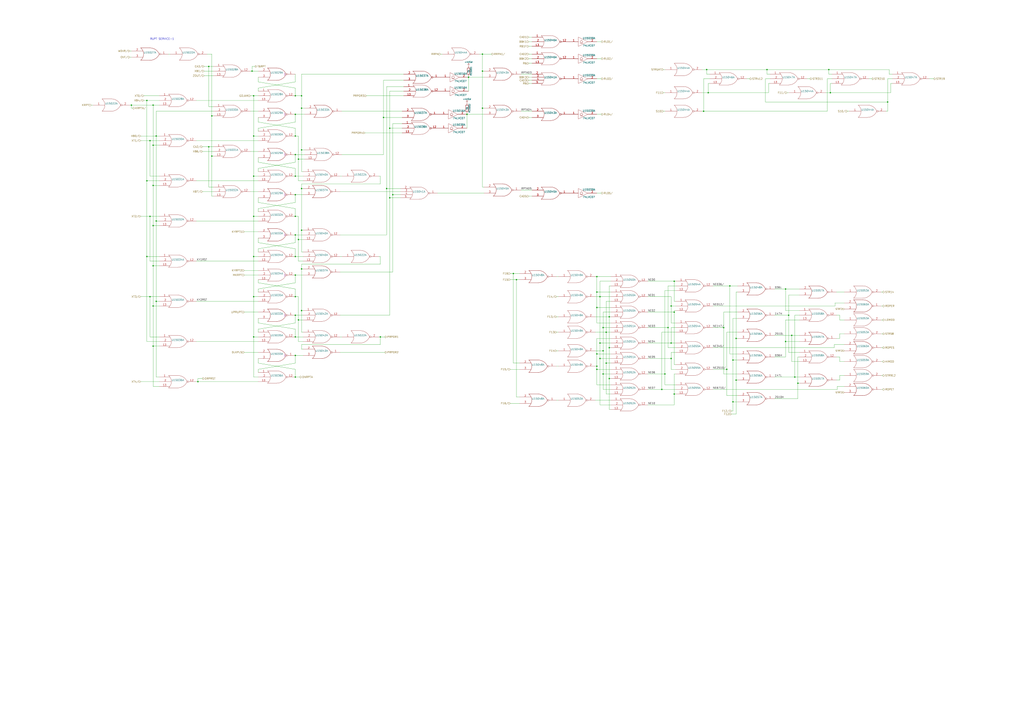
<source format=kicad_sch>
(kicad_sch (version 20211123) (generator eeschema)
  (paper "A1")
  (junction (at 543.56 320.04))
  (junction (at 629.92 57.15))
  (junction (at 645.16 280.67))
  (junction (at 125.73 86.36))
  (junction (at 500.38 285.75))
  (junction (at 242.57 144.78))
  (junction (at 652.78 309.88))
  (junction (at 173.99 95.25))
  (junction (at 242.57 111.76))
  (junction (at 208.28 78.74))
  (junction (at 120.65 210.82))
  (junction (at 322.58 160.02))
  (junction (at 647.7 259.08))
  (junction (at 500.38 311.15))
  (junction (at 553.72 231.14))
  (junction (at 123.19 115.57))
  (junction (at 242.57 193.04))
  (junction (at 242.57 160.02))
  (junction (at 247.65 78.74))
  (junction (at 497.84 273.05))
  (junction (at 681.99 76.2))
  (junction (at 546.1 307.34))
  (junction (at 490.22 303.53))
  (junction (at 396.24 88.9))
  (junction (at 492.76 281.94))
  (junction (at 128.27 111.76))
  (junction (at 125.73 251.46))
  (junction (at 242.57 243.84))
  (junction (at 548.64 269.24))
  (junction (at 247.65 88.9))
  (junction (at 242.57 127))
  (junction (at 596.9 303.53))
  (junction (at 125.73 185.42))
  (junction (at 123.19 243.84))
  (junction (at 245.11 196.85))
  (junction (at 207.01 58.42))
  (junction (at 242.57 93.98))
  (junction (at 120.65 148.59))
  (junction (at 396.24 44.45))
  (junction (at 650.24 275.59))
  (junction (at 242.57 210.82))
  (junction (at 500.38 260.35))
  (junction (at 208.28 210.82))
  (junction (at 655.32 314.96))
  (junction (at 245.11 130.81))
  (junction (at 580.39 57.15))
  (junction (at 553.72 323.85))
  (junction (at 490.22 227.33))
  (junction (at 317.5 154.94))
  (junction (at 551.18 281.94))
  (junction (at 208.28 243.84))
  (junction (at 490.22 240.03))
  (junction (at 125.73 218.44))
  (junction (at 128.27 247.65))
  (junction (at 128.27 181.61))
  (junction (at 492.76 243.84))
  (junction (at 728.98 83.82))
  (junction (at 125.73 152.4))
  (junction (at 173.99 128.27))
  (junction (at 242.57 226.06))
  (junction (at 495.3 269.24))
  (junction (at 497.84 298.45))
  (junction (at 208.28 276.86))
  (junction (at 125.73 284.48))
  (junction (at 312.42 276.86))
  (junction (at 247.65 189.23))
  (junction (at 242.57 177.8))
  (junction (at 320.04 105.41))
  (junction (at 245.11 262.89))
  (junction (at 171.45 120.65))
  (junction (at 553.72 256.54))
  (junction (at 171.45 54.61))
  (junction (at 581.66 76.2))
  (junction (at 680.72 57.15))
  (junction (at 604.52 312.42))
  (junction (at 208.28 111.76))
  (junction (at 594.36 269.24))
  (junction (at 492.76 294.64))
  (junction (at 107.95 86.36))
  (junction (at 247.65 123.19))
  (junction (at 247.65 154.94))
  (junction (at 242.57 259.08))
  (junction (at 320.04 162.56))
  (junction (at 645.16 237.49))
  (junction (at 120.65 82.55))
  (junction (at 396.24 58.42))
  (junction (at 383.54 93.98))
  (junction (at 490.22 252.73))
  (junction (at 314.96 96.52))
  (junction (at 551.18 294.64))
  (junction (at 421.64 224.79))
  (junction (at 495.3 288.29))
  (junction (at 601.98 330.2))
  (junction (at 601.98 295.91))
  (junction (at 599.44 234.95))
  (junction (at 247.65 255.27))
  (junction (at 495.3 307.34))
  (junction (at 162.56 313.69))
  (junction (at 242.57 309.88))
  (junction (at 242.57 78.74))
  (junction (at 551.18 251.46))
  (junction (at 208.28 177.8))
  (junction (at 490.22 290.83))
  (junction (at 123.19 177.8))
  (junction (at 242.57 292.1))
  (junction (at 604.52 278.13))
  (junction (at 125.73 119.38))
  (junction (at 242.57 276.86))
  (junction (at 490.22 300.99))
  (junction (at 208.28 144.78))
  (junction (at 247.65 220.98))
  (junction (at 424.18 229.87))
  (junction (at 384.81 63.5))
  (junction (at 577.85 91.44))
  (wire (pts (xy 397.51 93.98) (xy 383.54 93.98)))
  (wire (pts (xy 728.98 64.77) (xy 732.79 64.77)))
  (wire (pts (xy 245.11 214.63) (xy 248.92 214.63)))
  (wire (pts (xy 115.57 177.8) (xy 123.19 177.8)))
  (wire (pts (xy 320.04 162.56) (xy 320.04 259.08)))
  (wire (pts (xy 128.27 111.76) (xy 128.27 181.61)))
  (wire (pts (xy 200.66 256.54) (xy 212.09 256.54)))
  (wire (pts (xy 200.66 222.25) (xy 212.09 222.25)))
  (wire (pts (xy 208.28 276.86) (xy 212.09 276.86)))
  (wire (pts (xy 161.29 214.63) (xy 212.09 214.63)))
  (wire (pts (xy 212.09 72.39) (xy 212.09 74.93)))
  (wire (pts (xy 656.59 259.08) (xy 652.78 259.08)))
  (wire (pts (xy 497.84 247.65) (xy 501.65 247.65)))
  (wire (pts (xy 490.22 252.73) (xy 490.22 265.43)))
  (wire (pts (xy 123.19 177.8) (xy 123.19 214.63)))
  (wire (pts (xy 490.22 303.53) (xy 490.22 316.23)))
  (wire (pts (xy 322.58 160.02) (xy 322.58 223.52)))
  (wire (pts (xy 320.04 74.93) (xy 320.04 105.41)))
  (wire (pts (xy 656.59 262.89) (xy 645.16 262.89)))
  (wire (pts (xy 594.36 256.54) (xy 605.79 256.54)))
  (wire (pts (xy 397.51 63.5) (xy 384.81 63.5)))
  (wire (pts (xy 601.98 337.82) (xy 600.71 337.82)))
  (wire (pts (xy 543.56 273.05) (xy 543.56 320.04)))
  (wire (pts (xy 492.76 332.74) (xy 501.65 332.74)))
  (wire (pts (xy 687.07 278.13) (xy 689.61 278.13)))
  (wire (pts (xy 645.16 293.37) (xy 636.27 293.37)))
  (wire (pts (xy 689.61 297.18) (xy 693.42 297.18)))
  (wire (pts (xy 419.1 224.79) (xy 421.64 224.79)))
  (wire (pts (xy 495.3 269.24) (xy 495.3 288.29)))
  (wire (pts (xy 317.5 154.94) (xy 328.93 154.94)))
  (wire (pts (xy 492.76 294.64) (xy 501.65 294.64)))
  (wire (pts (xy 553.72 323.85) (xy 554.99 323.85)))
  (wire (pts (xy 247.65 283.21) (xy 247.65 287.02)))
  (wire (pts (xy 763.27 64.77) (xy 767.08 64.77)))
  (wire (pts (xy 247.65 154.94) (xy 248.92 154.94)))
  (wire (pts (xy 242.57 144.78) (xy 242.57 138.43)))
  (wire (pts (xy 495.3 288.29) (xy 488.95 288.29)))
  (wire (pts (xy 312.42 283.21) (xy 247.65 283.21)))
  (wire (pts (xy 495.3 256.54) (xy 495.3 269.24)))
  (wire (pts (xy 490.22 240.03) (xy 490.22 252.73)))
  (wire (pts (xy 492.76 294.64) (xy 492.76 332.74)))
  (wire (pts (xy 322.58 223.52) (xy 279.4 223.52)))
  (wire (pts (xy 532.13 269.24) (xy 548.64 269.24)))
  (wire (pts (xy 577.85 64.77) (xy 582.93 64.77)))
  (wire (pts (xy 490.22 300.99) (xy 488.95 300.99)))
  (wire (pts (xy 330.2 109.22) (xy 299.72 109.22)))
  (wire (pts (xy 680.72 57.15) (xy 680.72 60.96)))
  (wire (pts (xy 689.61 308.61) (xy 689.61 312.42)))
  (wire (pts (xy 245.11 243.84) (xy 245.11 262.89)))
  (wire (pts (xy 490.22 278.13) (xy 501.65 278.13)))
  (wire (pts (xy 553.72 299.72) (xy 554.99 299.72)))
  (wire (pts (xy 436.88 52.07) (xy 434.34 52.07)))
  (wire (pts (xy 679.45 64.77) (xy 683.26 64.77)))
  (wire (pts (xy 419.1 229.87) (xy 424.18 229.87)))
  (wire (pts (xy 488.95 243.84) (xy 492.76 243.84)))
  (wire (pts (xy 497.84 273.05) (xy 501.65 273.05)))
  (wire (pts (xy 553.72 323.85) (xy 553.72 332.74)))
  (wire (pts (xy 245.11 130.81) (xy 245.11 148.59)))
  (wire (pts (xy 125.73 86.36) (xy 130.81 86.36)))
  (wire (pts (xy 208.28 144.78) (xy 212.09 144.78)))
  (wire (pts (xy 396.24 44.45) (xy 403.86 44.45)))
  (wire (pts (xy 601.98 261.62) (xy 601.98 295.91)))
  (wire (pts (xy 631.19 76.2) (xy 631.19 68.58)))
  (wire (pts (xy 212.09 303.53) (xy 212.09 306.07)))
  (wire (pts (xy 662.94 64.77) (xy 665.48 64.77)))
  (wire (pts (xy 161.29 148.59) (xy 212.09 148.59)))
  (wire (pts (xy 242.57 171.45) (xy 212.09 166.37)))
  (wire (pts (xy 245.11 177.8) (xy 245.11 196.85)))
  (wire (pts (xy 248.92 210.82) (xy 242.57 210.82)))
  (wire (pts (xy 689.61 262.89) (xy 693.42 262.89)))
  (wire (pts (xy 497.84 298.45) (xy 497.84 323.85)))
  (wire (pts (xy 208.28 78.74) (xy 208.28 111.76)))
  (wire (pts (xy 488.95 328.93) (xy 501.65 328.93)))
  (wire (pts (xy 242.57 298.45) (xy 212.09 303.53)))
  (wire (pts (xy 685.165 285.75) (xy 685.165 283.21)))
  (wire (pts (xy 731.52 76.2) (xy 731.52 68.58)))
  (wire (pts (xy 548.64 285.75) (xy 554.99 285.75)))
  (wire (pts (xy 247.65 220.98) (xy 247.65 255.27)))
  (wire (pts (xy 532.13 281.94) (xy 551.18 281.94)))
  (wire (pts (xy 490.22 240.03) (xy 501.65 240.03)))
  (wire (pts (xy 554.99 269.24) (xy 551.18 269.24)))
  (wire (pts (xy 492.76 231.14) (xy 492.76 243.84)))
  (wire (pts (xy 120.65 148.59) (xy 120.65 210.82)))
  (wire (pts (xy 242.57 127) (xy 242.57 133.35)))
  (wire (pts (xy 436.88 48.26) (xy 434.34 48.26)))
  (wire (pts (xy 605.79 273.05) (xy 596.9 273.05)))
  (wire (pts (xy 200.66 190.5) (xy 212.09 190.5)))
  (wire (pts (xy 500.38 311.15) (xy 501.65 311.15)))
  (wire (pts (xy 242.57 177.8) (xy 242.57 171.45)))
  (wire (pts (xy 207.01 58.42) (xy 207.01 54.61)))
  (wire (pts (xy 161.29 115.57) (xy 212.09 115.57)))
  (wire (pts (xy 171.45 54.61) (xy 175.26 54.61)))
  (wire (pts (xy 421.64 298.45) (xy 426.72 298.45)))
  (wire (pts (xy 655.32 314.96) (xy 655.32 327.66)))
  (wire (pts (xy 250.19 93.98) (xy 242.57 93.98)))
  (wire (pts (xy 328.93 157.48) (xy 279.4 157.48)))
  (wire (pts (xy 384.81 62.23) (xy 384.81 63.5)))
  (wire (pts (xy 317.5 71.12) (xy 317.5 154.94)))
  (wire (pts (xy 312.42 210.82) (xy 312.42 217.17)))
  (wire (pts (xy 123.19 144.78) (xy 130.81 144.78)))
  (wire (pts (xy 242.57 160.02) (xy 242.57 166.37)))
  (wire (pts (xy 581.66 76.2) (xy 581.66 68.58)))
  (wire (pts (xy 208.28 309.88) (xy 212.09 309.88)))
  (wire (pts (xy 123.19 243.84) (xy 130.81 243.84)))
  (wire (pts (xy 490.22 290.83) (xy 490.22 300.99)))
  (wire (pts (xy 490.22 252.73) (xy 501.65 252.73)))
  (wire (pts (xy 207.01 58.42) (xy 212.09 58.42)))
  (wire (pts (xy 242.57 199.39) (xy 212.09 204.47)))
  (wire (pts (xy 650.24 297.18) (xy 650.24 275.59)))
  (wire (pts (xy 685.8 251.46) (xy 685.8 248.92)))
  (wire (pts (xy 247.65 78.74) (xy 247.65 88.9)))
  (wire (pts (xy 242.57 226.06) (xy 242.57 232.41)))
  (wire (pts (xy 242.57 265.43) (xy 212.09 270.51)))
  (wire (pts (xy 125.73 185.42) (xy 130.81 185.42)))
  (wire (pts (xy 656.59 297.18) (xy 650.24 297.18)))
  (wire (pts (xy 604.52 312.42) (xy 604.52 340.36)))
  (wire (pts (xy 161.29 181.61) (xy 212.09 181.61)))
  (wire (pts (xy 596.9 325.12) (xy 605.79 325.12)))
  (wire (pts (xy 107.95 41.91) (xy 106.68 41.91)))
  (wire (pts (xy 125.73 251.46) (xy 130.81 251.46)))
  (wire (pts (xy 605.79 240.03) (xy 604.52 240.03)))
  (wire (pts (xy 532.13 294.64) (xy 551.18 294.64)))
  (wire (pts (xy 501.65 290.83) (xy 490.22 290.83)))
  (wire (pts (xy 457.2 227.33) (xy 458.47 227.33)))
  (wire (pts (xy 242.57 93.98) (xy 242.57 100.33)))
  (wire (pts (xy 128.27 91.44) (xy 128.27 111.76)))
  (wire (pts (xy 242.57 160.02) (xy 248.92 160.02)))
  (wire (pts (xy 532.13 243.84) (xy 551.18 243.84)))
  (wire (pts (xy 162.56 313.69) (xy 162.56 311.15)))
  (wire (pts (xy 599.44 234.95) (xy 599.44 290.83)))
  (wire (pts (xy 208.28 243.84) (xy 212.09 243.84)))
  (wire (pts (xy 173.99 95.25) (xy 173.99 128.27)))
  (wire (pts (xy 396.24 153.67) (xy 397.51 153.67)))
  (wire (pts (xy 311.15 210.82) (xy 312.42 210.82)))
  (wire (pts (xy 636.27 309.88) (xy 652.78 309.88)))
  (wire (pts (xy 208.28 78.74) (xy 212.09 78.74)))
  (wire (pts (xy 576.58 91.44) (xy 577.85 91.44)))
  (wire (pts (xy 208.28 276.86) (xy 208.28 309.88)))
  (wire (pts (xy 585.47 234.95) (xy 599.44 234.95)))
  (wire (pts (xy 212.09 105.41) (xy 212.09 107.95)))
  (wire (pts (xy 689.61 293.37) (xy 689.61 297.18)))
  (wire (pts (xy 500.38 285.75) (xy 500.38 311.15)))
  (wire (pts (xy 314.96 127) (xy 280.67 127)))
  (wire (pts (xy 681.99 76.2) (xy 731.52 76.2)))
  (wire (pts (xy 242.57 100.33) (xy 212.09 105.41)))
  (wire (pts (xy 681.99 76.2) (xy 681.99 68.58)))
  (wire (pts (xy 532.13 256.54) (xy 553.72 256.54)))
  (wire (pts (xy 553.72 307.34) (xy 553.72 323.85)))
  (wire (pts (xy 212.09 166.37) (xy 212.09 162.56)))
  (wire (pts (xy 495.3 269.24) (xy 501.65 269.24)))
  (wire (pts (xy 125.73 185.42) (xy 125.73 218.44)))
  (wire (pts (xy 247.65 88.9) (xy 247.65 123.19)))
  (wire (pts (xy 396.24 88.9) (xy 397.51 88.9)))
  (wire (pts (xy 546.1 307.34) (xy 546.1 316.23)))
  (wire (pts (xy 125.73 317.5) (xy 130.81 317.5)))
  (wire (pts (xy 161.29 313.69) (xy 162.56 313.69)))
  (wire (pts (xy 279.4 210.82) (xy 280.67 210.82)))
  (wire (pts (xy 490.22 300.99) (xy 490.22 303.53)))
  (wire (pts (xy 551.18 251.46) (xy 554.99 251.46)))
  (wire (pts (xy 242.57 309.88) (xy 242.57 303.53)))
  (wire (pts (xy 594.36 269.24) (xy 594.36 307.34)))
  (wire (pts (xy 396.24 58.42) (xy 396.24 88.9)))
  (wire (pts (xy 488.95 273.05) (xy 497.84 273.05)))
  (wire (pts (xy 551.18 294.64) (xy 551.18 303.53)))
  (wire (pts (xy 171.45 153.67) (xy 175.26 153.67)))
  (wire (pts (xy 636.27 275.59) (xy 650.24 275.59)))
  (wire (pts (xy 490.22 227.33) (xy 490.22 240.03)))
  (wire (pts (xy 546.1 316.23) (xy 554.99 316.23)))
  (wire (pts (xy 532.13 231.14) (xy 553.72 231.14)))
  (wire (pts (xy 652.78 259.08) (xy 652.78 309.88)))
  (wire (pts (xy 551.18 243.84) (xy 551.18 251.46)))
  (wire (pts (xy 551.18 303.53) (xy 554.99 303.53)))
  (wire (pts (xy 397.51 158.75) (xy 359.41 158.75)))
  (wire (pts (xy 242.57 259.08) (xy 242.57 265.43)))
  (wire (pts (xy 115.57 243.84) (xy 123.19 243.84)))
  (wire (pts (xy 723.9 274.32) (xy 725.17 274.32)))
  (wire (pts (xy 245.11 130.81) (xy 250.19 130.81)))
  (wire (pts (xy 546.1 238.76) (xy 554.99 238.76)))
  (wire (pts (xy 247.65 217.17) (xy 247.65 220.98)))
  (wire (pts (xy 553.72 256.54) (xy 553.72 299.72)))
  (wire (pts (xy 212.09 138.43) (xy 212.09 140.97)))
  (wire (pts (xy 426.72 331.47) (xy 419.1 331.47)))
  (wire (pts (xy 171.45 120.65) (xy 175.26 120.65)))
  (wire (pts (xy 107.95 86.36) (xy 125.73 86.36)))
  (wire (pts (xy 490.22 303.53) (xy 501.65 303.53)))
  (wire (pts (xy 601.98 295.91) (xy 601.98 330.2)))
  (wire (pts (xy 242.57 237.49) (xy 212.09 232.41)))
  (wire (pts (xy 173.99 44.45) (xy 173.99 95.25)))
  (wire (pts (xy 125.73 218.44) (xy 130.81 218.44)))
  (wire (pts (xy 497.84 323.85) (xy 501.65 323.85)))
  (wire (pts (xy 128.27 181.61) (xy 128.27 247.65)))
  (wire (pts (xy 457.2 300.99) (xy 458.47 300.99)))
  (wire (pts (xy 125.73 284.48) (xy 125.73 317.5)))
  (wire (pts (xy 248.92 276.86) (xy 242.57 276.86)))
  (wire (pts (xy 120.65 280.67) (xy 130.81 280.67)))
  (wire (pts (xy 436.88 34.29) (xy 434.34 34.29)))
  (wire (pts (xy 693.42 308.61) (xy 689.61 308.61)))
  (wire (pts (xy 551.18 289.56) (xy 554.99 289.56)))
  (wire (pts (xy 687.07 240.03) (xy 693.42 240.03)))
  (wire (pts (xy 647.7 242.57) (xy 656.59 242.57)))
  (wire (pts (xy 242.57 177.8) (xy 245.11 177.8)))
  (wire (pts (xy 242.57 210.82) (xy 242.57 204.47)))
  (wire (pts (xy 551.18 269.24) (xy 551.18 281.94)))
  (wire (pts (xy 457.2 288.29) (xy 458.47 288.29)))
  (wire (pts (xy 599.44 290.83) (xy 605.79 290.83)))
  (wire (pts (xy 245.11 148.59) (xy 248.92 148.59)))
  (wire (pts (xy 317.5 193.04) (xy 279.4 193.04)))
  (wire (pts (xy 546.1 57.15) (xy 544.83 57.15)))
  (wire (pts (xy 212.09 237.49) (xy 212.09 240.03)))
  (wire (pts (xy 247.65 189.23) (xy 248.92 189.23)))
  (wire (pts (xy 500.38 234.95) (xy 500.38 260.35)))
  (wire (pts (xy 436.88 44.45) (xy 434.34 44.45)))
  (wire (pts (xy 120.65 82.55) (xy 130.81 82.55)))
  (wire (pts (xy 551.18 281.94) (xy 554.99 281.94)))
  (wire (pts (xy 427.99 91.44) (xy 436.88 91.44)))
  (wire (pts (xy 208.28 210.82) (xy 208.28 243.84)))
  (wire (pts (xy 605.79 330.2) (xy 601.98 330.2)))
  (wire (pts (xy 697.23 91.44) (xy 695.96 91.44)))
  (wire (pts (xy 723.9 240.03) (xy 725.17 240.03)))
  (wire (pts (xy 687.07 293.37) (xy 689.61 293.37)))
  (wire (pts (xy 312.42 144.78) (xy 312.42 151.13)))
  (wire (pts (xy 314.96 66.04) (xy 331.47 66.04)))
  (wire (pts (xy 242.57 105.41) (xy 212.09 100.33)))
  (wire (pts (xy 242.57 72.39) (xy 212.09 67.31)))
  (wire (pts (xy 115.57 115.57) (xy 123.19 115.57)))
  (wire (pts (xy 576.58 57.15) (xy 580.39 57.15)))
  (wire (pts (xy 492.76 231.14) (xy 501.65 231.14)))
  (wire (pts (xy 689.61 278.13) (xy 689.61 274.32)))
  (wire (pts (xy 655.32 314.96) (xy 656.59 314.96)))
  (wire (pts (xy 436.88 68.58) (xy 434.34 68.58)))
  (wire (pts (xy 242.57 292.1) (xy 242.57 298.45)))
  (wire (pts (xy 317.5 154.94) (xy 317.5 193.04)))
  (wire (pts (xy 546.1 238.76) (xy 546.1 307.34)))
  (wire (pts (xy 106.68 86.36) (xy 107.95 86.36)))
  (wire (pts (xy 723.9 320.04) (xy 725.17 320.04)))
  (wire (pts (xy 605.79 261.62) (xy 601.98 261.62)))
  (wire (pts (xy 200.66 226.06) (xy 212.09 226.06)))
  (wire (pts (xy 125.73 152.4) (xy 130.81 152.4)))
  (wire (pts (xy 320.04 105.41) (xy 320.04 162.56)))
  (wire (pts (xy 167.64 54.61) (xy 171.45 54.61)))
  (wire (pts (xy 118.11 78.74) (xy 130.81 78.74)))
  (wire (pts (xy 123.19 115.57) (xy 130.81 115.57)))
  (wire (pts (xy 205.74 78.74) (xy 208.28 78.74)))
  (wire (pts (xy 205.74 124.46) (xy 212.09 124.46)))
  (wire (pts (xy 585.47 320.04) (xy 687.705 320.04)))
  (wire (pts (xy 212.09 232.41) (xy 212.09 229.87)))
  (wire (pts (xy 123.19 115.57) (xy 123.19 144.78)))
  (wire (pts (xy 247.65 189.23) (xy 247.65 207.01)))
  (wire (pts (xy 490.22 265.43) (xy 501.65 265.43)))
  (wire (pts (xy 687.705 317.5) (xy 693.42 317.5)))
  (wire (pts (xy 322.58 101.6) (xy 322.58 160.02)))
  (wire (pts (xy 680.72 60.96) (xy 683.26 60.96)))
  (wire (pts (xy 580.39 60.96) (xy 582.93 60.96)))
  (wire (pts (xy 457.2 260.35) (xy 458.47 260.35)))
  (wire (pts (xy 128.27 247.65) (xy 130.81 247.65)))
  (wire (pts (xy 279.4 144.78) (xy 280.67 144.78)))
  (wire (pts (xy 604.52 240.03) (xy 604.52 278.13)))
  (wire (pts (xy 497.84 247.65) (xy 497.84 273.05)))
  (wire (pts (xy 125.73 119.38) (xy 130.81 119.38)))
  (wire (pts (xy 123.19 276.86) (xy 130.81 276.86)))
  (wire (pts (xy 546.1 91.44) (xy 544.83 91.44)))
  (wire (pts (xy 553.72 255.27) (xy 554.99 255.27)))
  (wire (pts (xy 242.57 133.35) (xy 212.09 138.43)))
  (wire (pts (xy 242.57 243.84) (xy 242.57 237.49)))
  (wire (pts (xy 311.15 276.86) (xy 312.42 276.86)))
  (wire (pts (xy 208.28 111.76) (xy 208.28 144.78)))
  (wire (pts (xy 678.18 76.2) (xy 681.99 76.2)))
  (wire (pts (xy 728.98 64.77) (xy 728.98 83.82)))
  (wire (pts (xy 436.88 38.1) (xy 434.34 38.1)))
  (wire (pts (xy 492.76 281.94) (xy 501.65 281.94)))
  (wire (pts (xy 647.7 242.57) (xy 647.7 259.08)))
  (wire (pts (xy 490.22 316.23) (xy 501.65 316.23)))
  (wire (pts (xy 647.7 76.2) (xy 646.43 76.2)))
  (wire (pts (xy 212.09 67.31) (xy 212.09 63.5)))
  (wire (pts (xy 118.11 82.55) (xy 120.65 82.55)))
  (wire (pts (xy 115.57 111.76) (xy 128.27 111.76)))
  (wire (pts (xy 723.9 297.18) (xy 725.17 297.18)))
  (wire (pts (xy 171.45 120.65) (xy 171.45 153.67)))
  (wire (pts (xy 543.56 320.04) (xy 554.99 320.04)))
  (wire (pts (xy 680.72 57.15) (xy 730.25 57.15)))
  (wire (pts (xy 205.74 58.42) (xy 207.01 58.42)))
  (wire (pts (xy 208.28 243.84) (xy 208.28 276.86)))
  (wire (pts (xy 548.64 234.95) (xy 548.64 269.24)))
  (wire (pts (xy 424.18 229.87) (xy 426.72 229.87)))
  (wire (pts (xy 427.99 60.96) (xy 436.88 60.96)))
  (wire (pts (xy 728.98 83.82) (xy 628.65 83.82)))
  (wire (pts (xy 171.45 54.61) (xy 171.45 87.63)))
  (wire (pts (xy 162.56 313.69) (xy 212.09 313.69)))
  (wire (pts (xy 551.18 251.46) (xy 551.18 265.43)))
  (wire (pts (xy 421.64 224.79) (xy 426.72 224.79)))
  (wire (pts (xy 396.24 44.45) (xy 396.24 58.42)))
  (wire (pts (xy 314.96 96.52) (xy 314.96 127)))
  (wire (pts (xy 383.54 93.98) (xy 383.54 105.41)))
  (wire (pts (xy 605.79 295.91) (xy 601.98 295.91)))
  (wire (pts (xy 242.57 270.51) (xy 212.09 265.43)))
  (wire (pts (xy 242.57 78.74) (xy 242.57 72.39)))
  (wire (pts (xy 125.73 119.38) (xy 125.73 152.4)))
  (wire (pts (xy 500.38 285.75) (xy 501.65 285.75)))
  (wire (pts (xy 457.2 273.05) (xy 458.47 273.05)))
  (wire (pts (xy 207.01 54.61) (xy 209.55 54.61)))
  (wire (pts (xy 242.57 232.41) (xy 212.09 237.49)))
  (wire (pts (xy 331.47 78.74) (xy 300.99 78.74)))
  (wire (pts (xy 247.65 255.27) (xy 248.92 255.27)))
  (wire (pts (xy 322.58 101.6) (xy 330.2 101.6)))
  (wire (pts (xy 495.3 307.34) (xy 501.65 307.34)))
  (wire (pts (xy 248.92 144.78) (xy 242.57 144.78)))
  (wire (pts (xy 594.36 256.54) (xy 594.36 269.24)))
  (wire (pts (xy 242.57 166.37) (xy 212.09 171.45)))
  (wire (pts (xy 161.29 247.65) (xy 212.09 247.65)))
  (wire (pts (xy 436.88 96.52) (xy 434.34 96.52)))
  (wire (pts (xy 604.52 340.36) (xy 600.71 340.36)))
  (wire (pts (xy 242.57 138.43) (xy 212.09 133.35)))
  (wire (pts (xy 383.54 92.71) (xy 383.54 93.98)))
  (wire (pts (xy 731.52 68.58) (xy 732.79 68.58)))
  (wire (pts (xy 689.61 274.32) (xy 693.42 274.32)))
  (wire (pts (xy 655.32 293.37) (xy 656.59 293.37)))
  (wire (pts (xy 685.165 283.21) (xy 693.42 283.21)))
  (wire (pts (xy 436.88 66.04) (xy 434.34 66.04)))
  (wire (pts (xy 689.61 312.42) (xy 687.07 312.42)))
  (wire (pts (xy 596.9 303.53) (xy 596.9 325.12)))
  (wire (pts (xy 495.3 288.29) (xy 495.3 307.34)))
  (wire (pts (xy 656.59 255.27) (xy 645.16 255.27)))
  (wire (pts (xy 320.04 259.08) (xy 279.4 259.08)))
  (wire (pts (xy 242.57 193.04) (xy 242.57 199.39)))
  (wire (pts (xy 500.38 260.35) (xy 501.65 260.35)))
  (wire (pts (xy 242.57 259.08) (xy 248.92 259.08)))
  (wire (pts (xy 320.04 162.56) (xy 328.93 162.56)))
  (wire (pts (xy 631.19 68.58) (xy 632.46 68.58)))
  (wire (pts (xy 723.9 251.46) (xy 725.17 251.46)))
  (wire (pts (xy 553.72 255.27) (xy 553.72 256.54)))
  (wire (pts (xy 242.57 292.1) (xy 248.92 292.1)))
  (wire (pts (xy 363.22 44.45) (xy 361.95 44.45)))
  (wire (pts (xy 173.99 128.27) (xy 173.99 161.29)))
  (wire (pts (xy 548.64 234.95) (xy 554.99 234.95)))
  (wire (pts (xy 728.98 83.82) (xy 728.98 91.44)))
  (wire (pts (xy 580.39 57.15) (xy 580.39 60.96)))
  (wire (pts (xy 212.09 111.76) (xy 208.28 111.76)))
  (wire (pts (xy 175.26 62.23) (xy 167.64 62.23)))
  (wire (pts (xy 242.57 276.86) (xy 242.57 270.51)))
  (wire (pts (xy 490.22 158.75) (xy 494.03 158.75)))
  (wire (pts (xy 652.78 309.88) (xy 656.59 309.88)))
  (wire (pts (xy 436.88 161.29) (xy 434.34 161.29)))
  (wire (pts (xy 120.65 210.82) (xy 120.65 280.67)))
  (wire (pts (xy 138.43 44.45) (xy 139.7 44.45)))
  (wire (pts (xy 330.2 91.44) (xy 280.67 91.44)))
  (wire (pts (xy 424.18 326.39) (xy 426.72 326.39)))
  (wire (pts (xy 107.95 46.99) (xy 106.68 46.99)))
  (wire (pts (xy 605.79 278.13) (xy 604.52 278.13)))
  (wire (pts (xy 594.36 307.34) (xy 605.79 307.34)))
  (wire (pts (xy 596.9 303.53) (xy 585.47 303.53)))
  (wire (pts (xy 242.57 111.76) (xy 245.11 111.76)))
  (wire (pts (xy 393.7 44.45) (xy 396.24 44.45)))
  (wire (pts (xy 655.32 293.37) (xy 655.32 314.96)))
  (wire (pts (xy 553.72 231.14) (xy 554.99 231.14)))
  (wire (pts (xy 125.73 284.48) (xy 130.81 284.48)))
  (wire (pts (xy 125.73 86.36) (xy 125.73 119.38)))
  (wire (pts (xy 212.09 204.47) (xy 212.09 207.01)))
  (wire (pts (xy 107.95 86.36) (xy 107.95 88.9)))
  (wire (pts (xy 457.2 243.84) (xy 458.47 243.84)))
  (wire (pts (xy 689.61 259.08) (xy 689.61 262.89)))
  (wire (pts (xy 532.13 307.34) (xy 546.1 307.34)))
  (wire (pts (xy 546.1 76.2) (xy 544.83 76.2)))
  (wire (pts (xy 613.41 64.77) (xy 615.95 64.77)))
  (wire (pts (xy 581.66 76.2) (xy 631.19 76.2)))
  (wire (pts (xy 128.27 309.88) (xy 130.81 309.88)))
  (wire (pts (xy 581.66 68.58) (xy 582.93 68.58)))
  (wire (pts (xy 554.99 273.05) (xy 543.56 273.05)))
  (wire (pts (xy 247.65 123.19) (xy 250.19 123.19)))
  (wire (pts (xy 242.57 67.31) (xy 212.09 72.39)))
  (wire (pts (xy 317.5 71.12) (xy 331.47 71.12)))
  (wire (pts (xy 247.65 123.19) (xy 247.65 140.97)))
  (wire (pts (xy 250.19 127) (xy 242.57 127)))
  (wire (pts (xy 730.25 60.96) (xy 732.79 60.96)))
  (wire (pts (xy 173.99 161.29) (xy 175.26 161.29)))
  (wire (pts (xy 212.09 265.43) (xy 212.09 261.62)))
  (wire (pts (xy 396.24 58.42) (xy 397.51 58.42)))
  (wire (pts (xy 436.88 63.5) (xy 434.34 63.5)))
  (wire (pts (xy 242.57 111.76) (xy 242.57 105.41)))
  (wire (pts (xy 490.22 93.98) (xy 494.03 93.98)))
  (wire (pts (xy 170.18 44.45) (xy 173.99 44.45)))
  (wire (pts (xy 687.705 320.04) (xy 687.705 317.5)))
  (wire (pts (xy 212.09 133.35) (xy 212.09 129.54)))
  (wire (pts (xy 175.26 124.46) (xy 166.37 124.46)))
  (wire (pts (xy 490.22 48.26) (xy 494.03 48.26)))
  (wire (pts (xy 312.42 276.86) (xy 316.23 276.86)))
  (wire (pts (xy 629.92 57.15) (xy 629.92 60.96)))
  (wire (pts (xy 723.9 308.61) (xy 725.17 308.61)))
  (wire (pts (xy 205.74 91.44) (xy 212.09 91.44)))
  (wire (pts (xy 312.42 151.13) (xy 247.65 151.13)))
  (wire (pts (xy 247.65 287.02) (xy 248.92 287.02)))
  (wire (pts (xy 687.07 259.08) (xy 689.61 259.08)))
  (wire (pts (xy 553.72 307.34) (xy 554.99 307.34)))
  (wire (pts (xy 200.66 289.56) (xy 212.09 289.56)))
  (wire (pts (xy 645.16 237.49) (xy 656.59 237.49)))
  (wire (pts (xy 166.37 120.65) (xy 171.45 120.65)))
  (wire (pts (xy 532.13 320.04) (xy 543.56 320.04)))
  (wire (pts (xy 685.8 248.92) (xy 693.42 248.92)))
  (wire (pts (xy 175.26 58.42) (xy 167.64 58.42)))
  (wire (pts (xy 577.85 91.44) (xy 679.45 91.44)))
  (wire (pts (xy 628.65 83.82) (xy 628.65 64.77)))
  (wire (pts (xy 577.85 91.44) (xy 577.85 64.77)))
  (wire (pts (xy 730.25 57.15) (xy 730.25 60.96)))
  (wire (pts (xy 548.64 269.24) (xy 548.64 285.75)))
  (wire (pts (xy 120.65 210.82) (xy 130.81 210.82)))
  (wire (pts (xy 490.22 278.13) (xy 490.22 290.83)))
  (wire (pts (xy 125.73 152.4) (xy 125.73 185.42)))
  (wire (pts (xy 553.72 332.74) (xy 532.13 332.74)))
  (wire (pts (xy 245.11 262.89) (xy 248.92 262.89)))
  (wire (pts (xy 599.44 234.95) (xy 605.79 234.95)))
  (wire (pts (xy 208.28 177.8) (xy 208.28 210.82)))
  (wire (pts (xy 645.16 262.89) (xy 645.16 280.67)))
  (wire (pts (xy 208.28 210.82) (xy 212.09 210.82)))
  (wire (pts (xy 492.76 243.84) (xy 492.76 281.94)))
  (wire (pts (xy 488.95 227.33) (xy 490.22 227.33)))
  (wire (pts (xy 501.65 234.95) (xy 500.38 234.95)))
  (wire (pts (xy 728.98 91.44) (xy 727.71 91.44)))
  (wire (pts (xy 636.27 237.49) (xy 645.16 237.49)))
  (wire (pts (xy 396.24 88.9) (xy 396.24 153.67)))
  (wire (pts (xy 576.58 76.2) (xy 581.66 76.2)))
  (wire (pts (xy 212.09 171.45) (xy 212.09 173.99)))
  (wire (pts (xy 488.95 260.35) (xy 500.38 260.35)))
  (wire (pts (xy 212.09 298.45) (xy 212.09 294.64)))
  (wire (pts (xy 242.57 204.47) (xy 212.09 199.39)))
  (wire (pts (xy 645.16 280.67) (xy 645.16 293.37)))
  (wire (pts (xy 279.4 276.86) (xy 280.67 276.86)))
  (wire (pts (xy 636.27 259.08) (xy 647.7 259.08)))
  (wire (pts (xy 242.57 309.88) (xy 246.38 309.88)))
  (wire (pts (xy 245.11 196.85) (xy 248.92 196.85)))
  (wire (pts (xy 125.73 218.44) (xy 125.73 251.46)))
  (wire (pts (xy 580.39 57.15) (xy 629.92 57.15)))
  (wire (pts (xy 490.22 227.33) (xy 501.65 227.33)))
  (wire (pts (xy 279.4 289.56) (xy 316.23 289.56)))
  (wire (pts (xy 247.65 140.97) (xy 248.92 140.97)))
  (wire (pts (xy 490.22 64.77) (xy 494.03 64.77)))
  (wire (pts (xy 457.2 328.93) (xy 458.47 328.93)))
  (wire (pts (xy 242.57 243.84) (xy 245.11 243.84)))
  (wire (pts (xy 490.22 34.29) (xy 494.03 34.29)))
  (wire (pts (xy 492.76 281.94) (xy 492.76 294.64)))
  (wire (pts (xy 247.65 255.27) (xy 247.65 273.05)))
  (wire (pts (xy 128.27 111.76) (xy 130.81 111.76)))
  (wire (pts (xy 128.27 181.61) (xy 130.81 181.61)))
  (wire (pts (xy 123.19 243.84) (xy 123.19 276.86)))
  (wire (pts (xy 247.65 151.13) (xy 247.65 154.94)))
  (wire (pts (xy 553.72 231.14) (xy 553.72 247.65)))
  (wire (pts (xy 242.57 78.74) (xy 247.65 78.74)))
  (wire (pts (xy 115.57 313.69) (xy 130.81 313.69)))
  (wire (pts (xy 322.58 160.02) (xy 328.93 160.02)))
  (wire (pts (xy 312.42 217.17) (xy 247.65 217.17)))
  (wire (pts (xy 312.42 276.86) (xy 312.42 283.21)))
  (wire (pts (xy 436.88 30.48) (xy 434.34 30.48)))
  (wire (pts (xy 107.95 88.9) (xy 109.22 88.9)))
  (wire (pts (xy 173.99 95.25) (xy 175.26 95.25)))
  (wire (pts (xy 628.65 64.77) (xy 632.46 64.77)))
  (wire (pts (xy 497.84 273.05) (xy 497.84 298.45)))
  (wire (pts (xy 171.45 87.63) (xy 175.26 87.63)))
  (wire (pts (xy 500.38 311.15) (xy 500.38 336.55)))
  (wire (pts (xy 247.65 60.96) (xy 331.47 60.96)))
  (wire (pts (xy 320.04 74.93) (xy 331.47 74.93)))
  (wire (pts (xy 208.28 144.78) (xy 208.28 177.8)))
  (wire (pts (xy 492.76 243.84) (xy 501.65 243.84)))
  (wire (pts (xy 645.16 255.27) (xy 645.16 237.49)))
  (wire (pts (xy 421.64 224.79) (xy 421.64 298.45)))
  (wire (pts (xy 205.74 157.48) (xy 212.09 157.48)))
  (wire (pts (xy 120.65 82.55) (xy 120.65 148.59)))
  (wire (pts (xy 551.18 265.43) (xy 554.99 265.43)))
  (wire (pts (xy 551.18 289.56) (xy 551.18 294.64)))
  (wire (pts (xy 123.19 177.8) (xy 130.81 177.8)))
  (wire (pts (xy 242.57 226.06) (xy 248.92 226.06)))
  (wire (pts (xy 161.29 82.55) (xy 212.09 82.55)))
  (wire (pts (xy 120.65 148.59) (xy 130.81 148.59)))
  (wire (pts (xy 495.3 307.34) (xy 495.3 320.04)))
  (wire (pts (xy 384.81 63.5) (xy 384.81 74.93)))
  (wire (pts (xy 585.47 269.24) (xy 594.36 269.24)))
  (wire (pts (xy 175.26 157.48) (xy 166.37 157.48)))
  (wire (pts (xy 596.9 273.05) (xy 596.9 303.53)))
  (wire (pts (xy 501.65 256.54) (xy 495.3 256.54)))
  (wire (pts (xy 242.57 303.53) (xy 212.09 298.45)))
  (wire (pts (xy 161.29 280.67) (xy 212.09 280.67)))
  (wire (pts (xy 247.65 220.98) (xy 248.92 220.98)))
  (wire (pts (xy 125.73 251.46) (xy 125.73 284.48)))
  (wire (pts (xy 427.99 156.21) (xy 436.88 156.21)))
  (wire (pts (xy 247.65 60.96) (xy 247.65 78.74)))
  (wire (pts (xy 248.92 193.04) (xy 242.57 193.04)))
  (wire (pts (xy 585.47 251.46) (xy 685.8 251.46)))
  (wire (pts (xy 162.56 311.15) (xy 166.37 311.15)))
  (wire (pts (xy 679.45 91.44) (xy 679.45 64.77)))
  (wire (pts (xy 212.09 199.39) (xy 212.09 195.58)))
  (wire (pts (xy 601.98 330.2) (xy 601.98 337.82)))
  (wire (pts (xy 247.65 207.01) (xy 248.92 207.01)))
  (wire (pts (xy 314.96 66.04) (xy 314.96 96.52)))
  (wire (pts (xy 497.84 298.45) (xy 501.65 298.45)))
  (wire (pts (xy 500.38 336.55) (xy 501.65 336.55)))
  (wire (pts (xy 245.11 262.89) (xy 245.11 280.67)))
  (wire (pts (xy 585.47 285.75) (xy 685.165 285.75)))
  (wire (pts (xy 242.57 60.96) (xy 242.57 67.31)))
  (wire (pts (xy 656.59 280.67) (xy 645.16 280.67)))
  (wire (pts (xy 681.99 68.58) (xy 683.26 68.58)))
  (wire (pts (xy 629.92 60.96) (xy 632.46 60.96)))
  (wire (pts (xy 723.9 285.75) (xy 725.17 285.75)))
  (wire (pts (xy 245.11 111.76) (xy 245.11 130.81)))
  (wire (pts (xy 424.18 229.87) (xy 424.18 326.39)))
  (wire (pts (xy 247.65 273.05) (xy 248.92 273.05)))
  (wire (pts (xy 650.24 275.59) (xy 656.59 275.59)))
  (wire (pts (xy 426.72 303.53) (xy 419.1 303.53)))
  (wire (pts (xy 74.93 86.36) (xy 76.2 86.36)))
  (wire (pts (xy 713.74 64.77) (xy 716.28 64.77)))
  (wire (pts (xy 655.32 327.66) (xy 636.27 327.66)))
  (wire (pts (xy 247.65 88.9) (xy 250.19 88.9)))
  (wire (pts (xy 212.09 270.51) (xy 212.09 273.05)))
  (wire (pts (xy 553.72 247.65) (xy 554.99 247.65)))
  (wire (pts (xy 173.99 128.27) (xy 175.26 128.27)))
  (wire (pts (xy 175.26 91.44) (xy 128.27 91.44)))
  (wire (pts (xy 647.7 259.08) (xy 647.7 289.56)))
  (wire (pts (xy 500.38 260.35) (xy 500.38 285.75)))
  (wire (pts (xy 647.7 289.56) (xy 656.59 289.56)))
  (wire (pts (xy 723.9 262.89) (xy 725.17 262.89)))
  (wire (pts (xy 245.11 280.67) (xy 248.92 280.67)))
  (wire (pts (xy 123.19 214.63) (xy 130.81 214.63)))
  (wire (pts (xy 247.65 154.94) (xy 247.65 189.23)))
  (wire (pts (xy 495.3 320.04) (xy 501.65 320.04)))
  (wire (pts (xy 330.2 96.52) (xy 314.96 96.52)))
  (wire (pts (xy 128.27 247.65) (xy 128.27 309.88)))
  (wire (pts (xy 212.09 100.33) (xy 212.09 96.52)))
  (wire (pts (xy 208.28 177.8) (xy 212.09 177.8)))
  (wire (pts (xy 604.52 278.13) (xy 604.52 312.42)))
  (wire (pts (xy 311.15 144.78) (xy 312.42 144.78)))
  (wire (pts (xy 320.04 105.41) (xy 330.2 105.41)))
  (wire (pts (xy 629.92 57.15) (xy 680.72 57.15)))
  (wire (pts (xy 245.11 196.85) (xy 245.11 214.63)))
  (wire (pts (xy 605.79 312.42) (xy 604.52 312.42)))
  (text "RUPT SERVICE-1" (at 123.19 33.02 0) (effects (font (size 1.524 1.524)) (justify left bottom)))
  (label "NE01" (at 532.13 243.84 0) (effects (font (size 1.524 1.524))))
  (label "036H" (at 636.27 293.37 0) (effects (font (size 1.524 1.524))))
  (label "2510L" (at 636.27 275.59 0) (effects (font (size 1.524 1.524))))
  (label "147H" (at 636.27 259.08 0) (effects (font (size 1.524 1.524))))
  (label "NE06" (at 532.13 307.34 0) (effects (font (size 1.524 1.524))))
  (label "NE6710/" (at 585.47 320.04 0) (effects (font (size 1.524 1.524))))
  (label "NE07" (at 532.13 320.04 0) (effects (font (size 1.524 1.524))))
  (label "KY1RST" (at 170.18 214.63 180) (effects (font (size 1.524 1.524))))
  (label "147L" (at 636.27 309.88 0) (effects (font (size 1.524 1.524))))
  (label "NE345/" (at 585.47 285.75 0) (effects (font (size 1.524 1.524))))
  (label "NE00" (at 532.13 231.14 0) (effects (font (size 1.524 1.524))))
  (label "RPTAD4" (at 427.99 91.44 0) (effects (font (size 1.524 1.524))))
  (label "NE10" (at 532.13 332.74 0) (effects (font (size 1.524 1.524))))
  (label "NE036/" (at 585.47 234.95 0) (effects (font (size 1.524 1.524))))
  (label "NE05" (at 532.13 294.64 0) (effects (font (size 1.524 1.524))))
  (label "NE147/" (at 585.47 269.24 0) (effects (font (size 1.524 1.524))))
  (label "NE2510/" (at 585.47 303.53 0) (effects (font (size 1.524 1.524))))
  (label "RPTAD5" (at 427.99 156.21 0) (effects (font (size 1.524 1.524))))
  (label "036L" (at 636.27 237.49 0) (effects (font (size 1.524 1.524))))
  (label "NE03" (at 532.13 269.24 0) (effects (font (size 1.524 1.524))))
  (label "NE02" (at 532.13 256.54 0) (effects (font (size 1.524 1.524))))
  (label "NE04" (at 532.13 281.94 0) (effects (font (size 1.524 1.524))))
  (label "KY2RST" (at 170.18 247.65 180) (effects (font (size 1.524 1.524))))
  (label "2510H" (at 636.27 327.66 0) (effects (font (size 1.524 1.524))))
  (label "NE012/" (at 585.47 251.46 0) (effects (font (size 1.524 1.524))))
  (label "RPTAD3" (at 427.99 60.96 0) (effects (font (size 1.524 1.524))))
  (hierarchical_label "ROPET" (shape output) (at 725.17 320.04 0) (effects (font (size 1.524 1.524))))
  (hierarchical_label "RRPA1/" (shape output) (at 403.86 44.45 0) (effects (font (size 1.524 1.524))))
  (hierarchical_label "KYRPT1" (shape input) (at 200.66 190.5 180) (effects (font (size 1.524 1.524))))
  (hierarchical_label "PRPOR3" (shape input) (at 300.99 78.74 180) (effects (font (size 1.524 1.524))))
  (hierarchical_label "F14/" (shape input) (at 457.2 243.84 180) (effects (font (size 1.524 1.524))))
  (hierarchical_label "F13/" (shape input) (at 457.2 260.35 180) (effects (font (size 1.524 1.524))))
  (hierarchical_label "UPRUPT" (shape input) (at 200.66 256.54 180) (effects (font (size 1.524 1.524))))
  (hierarchical_label "MKRPT" (shape input) (at 200.66 226.06 180) (effects (font (size 1.524 1.524))))
  (hierarchical_label "XT3/" (shape input) (at 115.57 243.84 180) (effects (font (size 1.524 1.524))))
  (hierarchical_label "ROPES" (shape output) (at 725.17 285.75 0) (effects (font (size 1.524 1.524))))
  (hierarchical_label "XT0/" (shape input) (at 118.11 78.74 180) (effects (font (size 1.524 1.524))))
  (hierarchical_label "CA2/" (shape input) (at 166.37 120.65 180) (effects (font (size 1.524 1.524))))
  (hierarchical_label "STR210" (shape output) (at 716.28 64.77 0) (effects (font (size 1.524 1.524))))
  (hierarchical_label "HIMOD" (shape output) (at 725.17 297.18 0) (effects (font (size 1.524 1.524))))
  (hierarchical_label "PRPOR2" (shape output) (at 316.23 289.56 0) (effects (font (size 1.524 1.524))))
  (hierarchical_label "XB0/" (shape input) (at 115.57 111.76 180) (effects (font (size 1.524 1.524))))
  (hierarchical_label "DNRPTA" (shape output) (at 246.38 309.88 0) (effects (font (size 1.524 1.524))))
  (hierarchical_label "GOJAM" (shape input) (at 205.74 78.74 180) (effects (font (size 1.524 1.524))))
  (hierarchical_label "F15" (shape input) (at 419.1 229.87 180) (effects (font (size 1.524 1.524))))
  (hierarchical_label "RB1F" (shape input) (at 434.34 38.1 180) (effects (font (size 1.524 1.524))))
  (hierarchical_label "KRPTA/" (shape output) (at 109.22 88.9 0) (effects (font (size 1.524 1.524))))
  (hierarchical_label "XT1/" (shape input) (at 115.57 115.57 180) (effects (font (size 1.524 1.524))))
  (hierarchical_label "RL01/" (shape output) (at 494.03 34.29 0) (effects (font (size 1.524 1.524))))
  (hierarchical_label "F12/" (shape input) (at 600.71 337.82 180) (effects (font (size 1.524 1.524))))
  (hierarchical_label "F11" (shape input) (at 544.83 76.2 180) (effects (font (size 1.524 1.524))))
  (hierarchical_label "RRPA" (shape input) (at 361.95 44.45 180) (effects (font (size 1.524 1.524))))
  (hierarchical_label "RL04/" (shape output) (at 494.03 93.98 0) (effects (font (size 1.524 1.524))))
  (hierarchical_label "DRPRST" (shape output) (at 166.37 311.15 0) (effects (font (size 1.524 1.524))))
  (hierarchical_label "STR311" (shape output) (at 665.48 64.77 0) (effects (font (size 1.524 1.524))))
  (hierarchical_label "F13" (shape input) (at 457.2 273.05 180) (effects (font (size 1.524 1.524))))
  (hierarchical_label "BBK3" (shape input) (at 434.34 63.5 180) (effects (font (size 1.524 1.524))))
  (hierarchical_label "STRT2" (shape input) (at 693.42 254 180))
  (hierarchical_label "F14" (shape input) (at 457.2 288.29 180) (effects (font (size 1.524 1.524))))
  (hierarchical_label "ZOUT/" (shape input) (at 167.64 62.23 180) (effects (font (size 1.524 1.524))))
  (hierarchical_label "RL02/" (shape output) (at 494.03 48.26 0) (effects (font (size 1.524 1.524))))
  (hierarchical_label "DLKPLS" (shape input) (at 200.66 289.56 180) (effects (font (size 1.524 1.524))))
  (hierarchical_label "F16" (shape input) (at 419.1 224.79 180) (effects (font (size 1.524 1.524))))
  (hierarchical_label "XB1/" (shape input) (at 167.64 58.42 180) (effects (font (size 1.524 1.524))))
  (hierarchical_label "LOMOD" (shape output) (at 725.17 262.89 0) (effects (font (size 1.524 1.524))))
  (hierarchical_label "F15/" (shape input) (at 419.1 303.53 180) (effects (font (size 1.524 1.524))))
  (hierarchical_label "T6RPT" (shape output) (at 209.55 54.61 0) (effects (font (size 1.524 1.524))))
  (hierarchical_label "KRPT" (shape input) (at 74.93 86.36 180) (effects (font (size 1.524 1.524))))
  (hierarchical_label "ROPER" (shape output) (at 725.17 251.46 0) (effects (font (size 1.524 1.524))))
  (hierarchical_label "XB4/" (shape input) (at 118.11 82.55 180) (effects (font (size 1.524 1.524))))
  (hierarchical_label "XB6/" (shape input) (at 166.37 124.46 180) (effects (font (size 1.524 1.524))))
  (hierarchical_label "PRPOR4" (shape input) (at 299.72 109.22 180) (effects (font (size 1.524 1.524))))
  (hierarchical_label "CAD1" (shape input) (at 434.34 30.48 180) (effects (font (size 1.524 1.524))))
  (hierarchical_label "OVF/" (shape input) (at 106.68 46.99 180) (effects (font (size 1.524 1.524))))
  (hierarchical_label "CAD5" (shape input) (at 434.34 161.29 180) (effects (font (size 1.524 1.524))))
  (hierarchical_label "STRT2" (shape input) (at 693.42 288.29 180))
  (hierarchical_label "R6" (shape input) (at 434.34 52.07 180) (effects (font (size 1.524 1.524))))
  (hierarchical_label "F12" (shape input) (at 600.71 340.36 180) (effects (font (size 1.524 1.524))))
  (hierarchical_label "R6" (shape input) (at 434.34 68.58 180) (effects (font (size 1.524 1.524))))
  (hierarchical_label "XB7/" (shape input) (at 166.37 157.48 180) (effects (font (size 1.524 1.524))))
  (hierarchical_label "STR912" (shape output) (at 725.17 308.61 0) (effects (font (size 1.524 1.524))))
  (hierarchical_label "BBK2" (shape input) (at 434.34 48.26 180) (effects (font (size 1.524 1.524))))
  (hierarchical_label "XT2/" (shape input) (at 115.57 177.8 180) (effects (font (size 1.524 1.524))))
  (hierarchical_label "PRPOR1" (shape output) (at 316.23 276.86 0) (effects (font (size 1.524 1.524))))
  (hierarchical_label "RL05/" (shape output) (at 494.03 158.75 0) (effects (font (size 1.524 1.524))))
  (hierarchical_label "WOVR/" (shape input) (at 106.68 41.91 180) (effects (font (size 1.524 1.524))))
  (hierarchical_label "S10/" (shape input) (at 695.96 91.44 180) (effects (font (size 1.524 1.524))))
  (hierarchical_label "CA3/" (shape input) (at 167.64 54.61 180) (effects (font (size 1.524 1.524))))
  (hierarchical_label "RL03/" (shape output) (at 494.03 64.77 0) (effects (font (size 1.524 1.524))))
  (hierarchical_label "CAD4" (shape input) (at 434.34 96.52 180) (effects (font (size 1.524 1.524))))
  (hierarchical_label "CAD3" (shape input) (at 434.34 66.04 180) (effects (font (size 1.524 1.524))))
  (hierarchical_label "STR412" (shape output) (at 615.95 64.77 0) (effects (font (size 1.524 1.524))))
  (hierarchical_label "BBK1" (shape input) (at 434.34 34.29 180) (effects (font (size 1.524 1.524))))
  (hierarchical_label "XT4/" (shape input) (at 115.57 313.69 180) (effects (font (size 1.524 1.524))))
  (hierarchical_label "F11/" (shape input) (at 646.43 76.2 180) (effects (font (size 1.524 1.524))))
  (hierarchical_label "STRT2" (shape input) (at 693.42 322.58 180))
  (hierarchical_label "STRGAT" (shape input) (at 544.83 57.15 180) (effects (font (size 1.524 1.524))))
  (hierarchical_label "STR14" (shape output) (at 725.17 240.03 0) (effects (font (size 1.524 1.524))))
  (hierarchical_label "CAD2" (shape input) (at 434.34 44.45 180) (effects (font (size 1.524 1.524))))
  (hierarchical_label "KYRPT2" (shape input) (at 200.66 222.25 180) (effects (font (size 1.524 1.524))))
  (hierarchical_label "F16/" (shape input) (at 419.1 331.47 180) (effects (font (size 1.524 1.524))))
  (hierarchical_label "S10" (shape input) (at 544.83 91.44 180) (effects (font (size 1.524 1.524))))
  (hierarchical_label "STR58" (shape output) (at 725.17 274.32 0) (effects (font (size 1.524 1.524))))
  (hierarchical_label "STR19" (shape output) (at 767.08 64.77 0) (effects (font (size 1.524 1.524))))
  (symbol (lib_id "agc_kicad_components:74HC02") (at 123.19 44.45 0)
    (property "Reference" "U15027" (at 123.19 43.18 0) (effects (font (size 1.524 1.524))))
    (property "Value" "74HC02" (effects hide))
  )
  (symbol (lib_id "agc_kicad_components:74HC04") (at 154.94 44.45 0)
    (property "Reference" "U15022" (at 154.94 43.18 0) (effects (font (size 1.524 1.524))))
    (property "Value" "74HC04" (effects hide))
  )
  (symbol (lib_id "agc_kicad_components:74HC27") (at 190.5 58.42 0)
    (property "Reference" "U15028" (at 190.5 57.15 0) (effects (font (size 1.524 1.524))))
    (property "Value" "74HC27" (effects hide))
  )
  (symbol (lib_id "agc_kicad_components:74HC02") (at 227.33 60.96 0)
    (property "Reference" "U15029" (at 227.33 59.69 0) (effects (font (size 1.524 1.524))))
    (property "Value" "74HC02" (effects hide))
    (property "Initial" "1" (at 233.68 60.96 0) (effects (font (size 1.524 1.524) italic)))
  )
  (symbol (lib_id "agc_kicad_components:74HC27") (at 227.33 78.74 0)
    (property "Reference" "U15028" (at 227.33 77.47 0) (effects (font (size 1.524 1.524))))
    (property "Value" "74HC27" (effects hide))
  )
  (symbol (lib_id "agc_kicad_components:74HC27") (at 146.05 82.55 0)
    (property "Reference" "U15028" (at 146.05 81.28 0) (effects (font (size 1.524 1.524))))
    (property "Value" "74HC27" (effects hide))
  )
  (symbol (lib_id "agc_kicad_components:74HC04") (at 91.44 86.36 0)
    (property "Reference" "U15022" (at 91.44 85.09 0) (effects (font (size 1.524 1.524))))
    (property "Value" "74HC04" (effects hide))
  )
  (symbol (lib_id "agc_kicad_components:74HC27") (at 190.5 91.44 0)
    (property "Reference" "U15030" (at 190.5 90.17 0) (effects (font (size 1.524 1.524))))
    (property "Value" "74HC27" (effects hide))
  )
  (symbol (lib_id "agc_kicad_components:74HC02") (at 227.33 93.98 0)
    (property "Reference" "U15029" (at 227.33 92.71 0) (effects (font (size 1.524 1.524))))
    (property "Value" "74HC02" (effects hide))
    (property "Initial" "1" (at 233.68 93.98 0) (effects (font (size 1.524 1.524) italic)))
  )
  (symbol (lib_id "agc_kicad_components:74HC27") (at 227.33 111.76 0)
    (property "Reference" "U15030" (at 227.33 110.49 0) (effects (font (size 1.524 1.524))))
    (property "Value" "74HC27" (effects hide))
  )
  (symbol (lib_id "agc_kicad_components:74HC27") (at 146.05 115.57 0)
    (property "Reference" "U15030" (at 146.05 114.3 0) (effects (font (size 1.524 1.524))))
    (property "Value" "74HC27" (effects hide))
  )
  (symbol (lib_id "agc_kicad_components:74HC27") (at 190.5 124.46 0)
    (property "Reference" "U15031" (at 190.5 123.19 0) (effects (font (size 1.524 1.524))))
    (property "Value" "74HC27" (effects hide))
  )
  (symbol (lib_id "agc_kicad_components:74HC02") (at 227.33 127 0)
    (property "Reference" "U15029" (at 227.33 125.73 0) (effects (font (size 1.524 1.524))))
    (property "Value" "74HC02" (effects hide))
    (property "Initial" "1" (at 233.68 127 0) (effects (font (size 1.524 1.524) italic)))
  )
  (symbol (lib_id "agc_kicad_components:74HC27") (at 227.33 144.78 0)
    (property "Reference" "U15031" (at 227.33 143.51 0) (effects (font (size 1.524 1.524))))
    (property "Value" "74HC27" (effects hide))
  )
  (symbol (lib_id "agc_kicad_components:74HC27") (at 146.05 148.59 0)
    (property "Reference" "U15031" (at 146.05 147.32 0) (effects (font (size 1.524 1.524))))
    (property "Value" "74HC27" (effects hide))
  )
  (symbol (lib_id "agc_kicad_components:74HC02") (at 227.33 160.02 0)
    (property "Reference" "U15029" (at 227.33 158.75 0) (effects (font (size 1.524 1.524))))
    (property "Value" "74HC02" (effects hide))
    (property "Initial" "1" (at 233.68 160.02 0) (effects (font (size 1.524 1.524) italic)))
  )
  (symbol (lib_id "agc_kicad_components:74HC27") (at 227.33 177.8 0)
    (property "Reference" "U15032" (at 227.33 176.53 0) (effects (font (size 1.524 1.524))))
    (property "Value" "74HC27" (effects hide))
  )
  (symbol (lib_id "agc_kicad_components:74HC27") (at 190.5 157.48 0)
    (property "Reference" "U15032" (at 190.5 156.21 0) (effects (font (size 1.524 1.524))))
    (property "Value" "74HC27" (effects hide))
  )
  (symbol (lib_id "agc_kicad_components:74HC27") (at 146.05 181.61 0)
    (property "Reference" "U15032" (at 146.05 180.34 0) (effects (font (size 1.524 1.524))))
    (property "Value" "74HC27" (effects hide))
  )
  (symbol (lib_id "agc_kicad_components:74HC02") (at 227.33 193.04 0)
    (property "Reference" "U15033" (at 227.33 191.77 0) (effects (font (size 1.524 1.524))))
    (property "Value" "74HC02" (effects hide))
    (property "Initial" "1" (at 233.68 193.04 0) (effects (font (size 1.524 1.524) italic)))
  )
  (symbol (lib_id "agc_kicad_components:74HC27") (at 227.33 210.82 0)
    (property "Reference" "U15034" (at 227.33 209.55 0) (effects (font (size 1.524 1.524))))
    (property "Value" "74HC27" (effects hide))
  )
  (symbol (lib_id "agc_kicad_components:74HC27") (at 146.05 214.63 0)
    (property "Reference" "U15034" (at 146.05 213.36 0) (effects (font (size 1.524 1.524))))
    (property "Value" "74HC27" (effects hide))
  )
  (symbol (lib_id "agc_kicad_components:74HC27") (at 227.33 243.84 0)
    (property "Reference" "U15035" (at 227.33 242.57 0) (effects (font (size 1.524 1.524))))
    (property "Value" "74HC27" (effects hide))
  )
  (symbol (lib_id "agc_kicad_components:74HC27") (at 146.05 247.65 0)
    (property "Reference" "U15035" (at 146.05 246.38 0) (effects (font (size 1.524 1.524))))
    (property "Value" "74HC27" (effects hide))
  )
  (symbol (lib_id "agc_kicad_components:74HC27") (at 227.33 226.06 0)
    (property "Reference" "U15034" (at 227.33 224.79 0) (effects (font (size 1.524 1.524))))
    (property "Value" "74HC27" (effects hide))
    (property "Initial" "1" (at 233.68 226.06 0) (effects (font (size 1.524 1.524) italic)))
  )
  (symbol (lib_id "agc_kicad_components:74HC02") (at 227.33 259.08 0)
    (property "Reference" "U15033" (at 227.33 257.81 0) (effects (font (size 1.524 1.524))))
    (property "Value" "74HC02" (effects hide))
    (property "Initial" "1" (at 233.68 259.08 0) (effects (font (size 1.524 1.524) italic)))
  )
  (symbol (lib_id "agc_kicad_components:74HC27") (at 227.33 276.86 0)
    (property "Reference" "U15035" (at 227.33 275.59 0) (effects (font (size 1.524 1.524))))
    (property "Value" "74HC27" (effects hide))
  )
  (symbol (lib_id "agc_kicad_components:74HC27") (at 146.05 280.67 0)
    (property "Reference" "U15036" (at 146.05 279.4 0) (effects (font (size 1.524 1.524))))
    (property "Value" "74HC27" (effects hide))
  )
  (symbol (lib_id "agc_kicad_components:74HC02") (at 227.33 292.1 0)
    (property "Reference" "U15033" (at 227.33 290.83 0) (effects (font (size 1.524 1.524))))
    (property "Value" "74HC02" (effects hide))
    (property "Initial" "1" (at 233.68 292.1 0) (effects (font (size 1.524 1.524) italic)))
  )
  (symbol (lib_id "agc_kicad_components:74HC27") (at 227.33 309.88 0)
    (property "Reference" "U15036" (at 227.33 308.61 0) (effects (font (size 1.524 1.524))))
    (property "Value" "74HC27" (effects hide))
  )
  (symbol (lib_id "agc_kicad_components:74HC27") (at 146.05 313.69 0)
    (property "Reference" "U15036" (at 146.05 312.42 0) (effects (font (size 1.524 1.524))))
    (property "Value" "74HC27" (effects hide))
  )
  (symbol (lib_id "agc_kicad_components:74HC02") (at 265.43 91.44 0)
    (property "Reference" "U15033" (at 265.43 90.17 0) (effects (font (size 1.524 1.524))))
    (property "Value" "74HC02" (effects hide))
  )
  (symbol (lib_id "agc_kicad_components:74HC02") (at 346.71 63.5 0)
    (property "Reference" "U15037" (at 346.71 62.23 0) (effects (font (size 1.524 1.524))))
    (property "Value" "74HC02" (effects hide))
  )
  (symbol (lib_id "agc_kicad_components:74HC27") (at 346.71 74.93 0)
    (property "Reference" "U15038" (at 346.71 73.66 0) (effects (font (size 1.524 1.524))))
    (property "Value" "74HC27" (effects hide))
  )
  (symbol (lib_id "agc_kicad_components:74LVC07") (at 373.38 63.5 0)
    (property "Reference" "U15016" (at 378.333 60.579 0) (effects (font (size 1.524 1.524))))
    (property "Value" "74LVC07" (at 378.206 66.675 0) (effects (font (size 1.524 1.524))))
  )
  (symbol (lib_id "agc_kicad_components:74LVC07") (at 373.38 74.93 0)
    (property "Reference" "U15016" (at 378.333 72.009 0) (effects (font (size 1.524 1.524))))
    (property "Value" "74LVC07" (at 378.206 78.105 0) (effects (font (size 1.524 1.524))))
  )
  (symbol (lib_id "rupt_service-rescue:R-device") (at 384.81 58.42 0)
    (property "Reference" "R15001" (at 386.842 58.42 90))
    (property "Value" "5k" (at 384.81 58.42 90))
  )
  (symbol (lib_id "agc_kicad_components:74HC27") (at 265.43 127 0)
    (property "Reference" "U15038" (at 265.43 125.73 0) (effects (font (size 1.524 1.524))))
    (property "Value" "74HC27" (effects hide))
  )
  (symbol (lib_id "agc_kicad_components:74HC02") (at 345.44 93.98 0)
    (property "Reference" "U15037" (at 345.44 92.71 0) (effects (font (size 1.524 1.524))))
    (property "Value" "74HC02" (effects hide))
  )
  (symbol (lib_id "agc_kicad_components:74HC27") (at 345.44 105.41 0)
    (property "Reference" "U15038" (at 345.44 104.14 0) (effects (font (size 1.524 1.524))))
    (property "Value" "74HC27" (effects hide))
  )
  (symbol (lib_id "agc_kicad_components:74LVC07") (at 372.11 93.98 0)
    (property "Reference" "U15016" (at 377.063 91.059 0) (effects (font (size 1.524 1.524))))
    (property "Value" "74LVC07" (at 376.936 97.155 0) (effects (font (size 1.524 1.524))))
  )
  (symbol (lib_id "agc_kicad_components:74LVC07") (at 372.11 105.41 0)
    (property "Reference" "U15039" (at 377.063 102.489 0) (effects (font (size 1.524 1.524))))
    (property "Value" "74LVC07" (at 376.936 108.585 0) (effects (font (size 1.524 1.524))))
  )
  (symbol (lib_id "rupt_service-rescue:R-device") (at 383.54 88.9 0)
    (property "Reference" "R15002" (at 385.572 88.9 90))
    (property "Value" "5k" (at 383.54 88.9 90))
  )
  (symbol (lib_id "agc_kicad_components:74HC27") (at 264.16 144.78 0)
    (property "Reference" "U15040" (at 264.16 143.51 0) (effects (font (size 1.524 1.524))))
    (property "Value" "74HC27" (effects hide))
  )
  (symbol (lib_id "agc_kicad_components:74HC04") (at 295.91 144.78 0)
    (property "Reference" "U15022" (at 295.91 143.51 0) (effects (font (size 1.524 1.524))))
    (property "Value" "74HC04" (effects hide))
  )
  (symbol (lib_id "agc_kicad_components:74HC02") (at 264.16 157.48 0)
    (property "Reference" "U15037" (at 264.16 156.21 0) (effects (font (size 1.524 1.524))))
    (property "Value" "74HC02" (effects hide))
  )
  (symbol (lib_id "agc_kicad_components:74HC02") (at 412.75 156.21 0)
    (property "Reference" "U15045" (at 412.75 154.94 0) (effects (font (size 1.524 1.524))))
    (property "Value" "74HC02" (effects hide))
  )
  (symbol (lib_id "agc_kicad_components:74HC4002") (at 344.17 158.75 0)
    (property "Reference" "U15041" (at 344.17 157.48 0) (effects (font (size 1.524 1.524))))
    (property "Value" "74HC4002" (effects hide))
  )
  (symbol (lib_id "agc_kicad_components:74HC27") (at 264.16 193.04 0)
    (property "Reference" "U15040" (at 264.16 191.77 0) (effects (font (size 1.524 1.524))))
    (property "Value" "74HC27" (effects hide))
  )
  (symbol (lib_id "agc_kicad_components:74HC27") (at 264.16 210.82 0)
    (property "Reference" "U15040" (at 264.16 209.55 0) (effects (font (size 1.524 1.524))))
    (property "Value" "74HC27" (effects hide))
  )
  (symbol (lib_id "agc_kicad_components:74HC04") (at 295.91 210.82 0)
    (property "Reference" "U15022" (at 295.91 209.55 0) (effects (font (size 1.524 1.524))))
    (property "Value" "74HC04" (effects hide))
  )
  (symbol (lib_id "agc_kicad_components:74HC02") (at 264.16 223.52 0)
    (property "Reference" "U15037" (at 264.16 222.25 0) (effects (font (size 1.524 1.524))))
    (property "Value" "74HC02" (effects hide))
  )
  (symbol (lib_id "agc_kicad_components:74HC27") (at 264.16 259.08 0)
    (property "Reference" "U15042" (at 264.16 257.81 0) (effects (font (size 1.524 1.524))))
    (property "Value" "74HC27" (effects hide))
  )
  (symbol (lib_id "agc_kicad_components:74HC27") (at 264.16 276.86 0)
    (property "Reference" "U15042" (at 264.16 275.59 0) (effects (font (size 1.524 1.524))))
    (property "Value" "74HC27" (effects hide))
  )
  (symbol (lib_id "agc_kicad_components:74HC04") (at 295.91 276.86 0)
    (property "Reference" "U15022" (at 295.91 275.59 0) (effects (font (size 1.524 1.524))))
    (property "Value" "74HC04" (effects hide))
  )
  (symbol (lib_id "agc_kicad_components:74HC02") (at 264.16 289.56 0)
    (property "Reference" "U15043" (at 264.16 288.29 0) (effects (font (size 1.524 1.524))))
    (property "Value" "74HC02" (effects hide))
  )
  (symbol (lib_id "agc_kicad_components:74HC02") (at 412.75 60.96 0)
    (property "Reference" "U15043" (at 412.75 59.69 0) (effects (font (size 1.524 1.524))))
    (property "Value" "74HC02" (effects hide))
  )
  (symbol (lib_id "agc_kicad_components:74HC04") (at 378.46 44.45 0)
    (property "Reference" "U15044" (at 378.46 43.18 0) (effects (font (size 1.524 1.524))))
    (property "Value" "74HC04" (effects hide))
  )
  (symbol (lib_id "agc_kicad_components:74LVC07") (at 478.79 64.77 0)
    (property "Reference" "U15039" (at 483.743 61.849 0) (effects (font (size 1.524 1.524))))
    (property "Value" "74LVC07" (at 483.616 67.945 0) (effects (font (size 1.524 1.524))))
  )
  (symbol (lib_id "agc_kicad_components:74HC02") (at 412.75 91.44 0)
    (property "Reference" "U15043" (at 412.75 90.17 0) (effects (font (size 1.524 1.524))))
    (property "Value" "74HC02" (effects hide))
  )
  (symbol (lib_id "agc_kicad_components:74LVC07") (at 478.79 93.98 0)
    (property "Reference" "U15039" (at 483.743 91.059 0) (effects (font (size 1.524 1.524))))
    (property "Value" "74LVC07" (at 483.616 97.155 0) (effects (font (size 1.524 1.524))))
  )
  (symbol (lib_id "agc_kicad_components:74HC02") (at 452.12 93.98 0)
    (property "Reference" "U15043" (at 452.12 92.71 0) (effects (font (size 1.524 1.524))))
    (property "Value" "74HC02" (effects hide))
  )
  (symbol (lib_id "agc_kicad_components:74LVC07") (at 478.79 158.75 0)
    (property "Reference" "U15039" (at 483.743 155.829 0) (effects (font (size 1.524 1.524))))
    (property "Value" "74LVC07" (at 483.616 161.925 0) (effects (font (size 1.524 1.524))))
  )
  (symbol (lib_id "agc_kicad_components:74HC02") (at 452.12 158.75 0)
    (property "Reference" "U15045" (at 452.12 157.48 0) (effects (font (size 1.524 1.524))))
    (property "Value" "74HC02" (effects hide))
  )
  (symbol (lib_id "agc_kicad_components:74HC27") (at 452.12 48.26 0)
    (property "Reference" "U15046" (at 452.12 46.99 0) (effects (font (size 1.524 1.524))))
    (property "Value" "74HC27" (effects hide))
  )
  (symbol (lib_id "agc_kicad_components:74LVC07") (at 478.79 48.26 0)
    (property "Reference" "U15039" (at 483.743 45.339 0) (effects (font (size 1.524 1.524))))
    (property "Value" "74LVC07" (at 483.616 51.435 0) (effects (font (size 1.524 1.524))))
  )
  (symbol (lib_id "agc_kicad_components:74HC27") (at 452.12 34.29 0)
    (property "Reference" "U15046" (at 452.12 33.02 0) (effects (font (size 1.524 1.524))))
    (property "Value" "74HC27" (effects hide))
  )
  (symbol (lib_id "agc_kicad_components:74LVC07") (at 478.79 34.29 0)
    (property "Reference" "U15039" (at 483.743 31.369 0) (effects (font (size 1.524 1.524))))
    (property "Value" "74LVC07" (at 483.616 37.465 0) (effects (font (size 1.524 1.524))))
  )
  (symbol (lib_id "agc_kicad_components:74HC04") (at 561.34 57.15 0)
    (property "Reference" "U15044" (at 561.34 55.88 0) (effects (font (size 1.524 1.524))))
    (property "Value" "74HC04" (effects hide))
  )
  (symbol (lib_id "agc_kicad_components:74HC27") (at 598.17 64.77 0)
    (property "Reference" "U15046" (at 598.17 63.5 0) (effects (font (size 1.524 1.524))))
    (property "Value" "74HC27" (effects hide))
  )
  (symbol (lib_id "agc_kicad_components:74HC27") (at 647.7 64.77 0)
    (property "Reference" "U15047" (at 647.7 63.5 0) (effects (font (size 1.524 1.524))))
    (property "Value" "74HC27" (effects hide))
  )
  (symbol (lib_id "agc_kicad_components:74HC27") (at 698.5 64.77 0)
    (property "Reference" "U15047" (at 698.5 63.5 0) (effects (font (size 1.524 1.524))))
    (property "Value" "74HC27" (effects hide))
  )
  (symbol (lib_id "agc_kicad_components:74HC27") (at 748.03 64.77 0)
    (property "Reference" "U15047" (at 748.03 63.5 0) (effects (font (size 1.524 1.524))))
    (property "Value" "74HC27" (effects hide))
  )
  (symbol (lib_id "agc_kicad_components:74HC04") (at 561.34 76.2 0)
    (property "Reference" "U15044" (at 561.34 74.93 0) (effects (font (size 1.524 1.524))))
    (property "Value" "74HC04" (effects hide))
  )
  (symbol (lib_id "agc_kicad_components:74HC04") (at 662.94 76.2 0)
    (property "Reference" "U15044" (at 662.94 74.93 0) (effects (font (size 1.524 1.524))))
    (property "Value" "74HC04" (effects hide))
  )
  (symbol (lib_id "agc_kicad_components:74HC04") (at 561.34 91.44 0)
    (property "Reference" "U15044" (at 561.34 90.17 0) (effects (font (size 1.524 1.524))))
    (property "Value" "74HC04" (effects hide))
  )
  (symbol (lib_id "agc_kicad_components:74HC04") (at 712.47 91.44 0)
    (property "Reference" "U15044" (at 712.47 90.17 0) (effects (font (size 1.524 1.524))))
    (property "Value" "74HC04" (effects hide))
  )
  (symbol (lib_id "agc_kicad_components:74HC02") (at 441.96 227.33 0)
    (property "Reference" "U15048" (at 441.96 226.06 0) (effects (font (size 1.524 1.524))))
    (property "Value" "74HC02" (effects hide))
  )
  (symbol (lib_id "agc_kicad_components:74HC04") (at 473.71 227.33 0)
    (property "Reference" "U15049" (at 473.71 226.06 0) (effects (font (size 1.524 1.524))))
    (property "Value" "74HC04" (effects hide))
  )
  (symbol (lib_id "agc_kicad_components:74HC27") (at 516.89 231.14 0)
    (property "Reference" "U15050" (at 516.89 229.87 0) (effects (font (size 1.524 1.524))))
    (property "Value" "74HC27" (effects hide))
  )
  (symbol (lib_id "agc_kicad_components:74HC27") (at 516.89 243.84 0)
    (property "Reference" "U15050" (at 516.89 242.57 0) (effects (font (size 1.524 1.524))))
    (property "Value" "74HC27" (effects hide))
  )
  (symbol (lib_id "agc_kicad_components:74HC04") (at 473.71 243.84 0)
    (property "Reference" "U15049" (at 473.71 242.57 0) (effects (font (size 1.524 1.524))))
    (property "Value" "74HC04" (effects hide))
  )
  (symbol (lib_id "agc_kicad_components:74HC27") (at 516.89 256.54 0)
    (property "Reference" "U15050" (at 516.89 255.27 0) (effects (font (size 1.524 1.524))))
    (property "Value" "74HC27" (effects hide))
  )
  (symbol (lib_id "agc_kicad_components:74HC04") (at 473.71 260.35 0)
    (property "Reference" "U15049" (at 473.71 259.08 0) (effects (font (size 1.524 1.524))))
    (property "Value" "74HC04" (effects hide))
  )
  (symbol (lib_id "agc_kicad_components:74HC27") (at 516.89 269.24 0)
    (property "Reference" "U15051" (at 516.89 267.97 0) (effects (font (size 1.524 1.524))))
    (property "Value" "74HC27" (effects hide))
  )
  (symbol (lib_id "agc_kicad_components:74HC04") (at 473.71 273.05 0)
    (property "Reference" "U15049" (at 473.71 271.78 0) (effects (font (size 1.524 1.524))))
    (property "Value" "74HC04" (effects hide))
  )
  (symbol (lib_id "agc_kicad_components:74HC27") (at 516.89 281.94 0)
    (property "Reference" "U15051" (at 516.89 280.67 0) (effects (font (size 1.524 1.524))))
    (property "Value" "74HC27" (effects hide))
  )
  (symbol (lib_id "agc_kicad_components:74HC04") (at 473.71 288.29 0)
    (property "Reference" "U15049" (at 473.71 287.02 0) (effects (font (size 1.524 1.524))))
    (property "Value" "74HC04" (effects hide))
  )
  (symbol (lib_id "agc_kicad_components:74HC02") (at 441.96 300.99 0)
    (property "Reference" "U15048" (at 441.96 299.72 0) (effects (font (size 1.524 1.524))))
    (property "Value" "74HC02" (effects hide))
  )
  (symbol (lib_id "agc_kicad_components:74HC04") (at 473.71 300.99 0)
    (property "Reference" "U15049" (at 473.71 299.72 0) (effects (font (size 1.524 1.524))))
    (property "Value" "74HC04" (effects hide))
  )
  (symbol (lib_id "agc_kicad_components:74HC27") (at 516.89 294.64 0)
    (property "Reference" "U15051" (at 516.89 293.37 0) (effects (font (size 1.524 1.524))))
    (property "Value" "74HC27" (effects hide))
  )
  (symbol (lib_id "agc_kicad_components:74HC27") (at 516.89 307.34 0)
    (property "Reference" "U15052" (at 516.89 306.07 0) (effects (font (size 1.524 1.524))))
    (property "Value" "74HC27" (effects hide))
  )
  (symbol (lib_id "agc_kicad_components:74HC27") (at 516.89 320.04 0)
    (property "Reference" "U15052" (at 516.89 318.77 0) (effects (font (size 1.524 1.524))))
    (property "Value" "74HC27" (effects hide))
  )
  (symbol (lib_id "agc_kicad_components:74HC27") (at 516.89 332.74 0)
    (property "Reference" "U15052" (at 516.89 331.47 0) (effects (font (size 1.524 1.524))))
    (property "Value" "74HC27" (effects hide))
  )
  (symbol (lib_id "agc_kicad_components:74HC04") (at 473.71 328.93 0)
    (property "Reference" "U15053" (at 473.71 327.66 0) (effects (font (size 1.524 1.524))))
    (property "Value" "74HC04" (effects hide))
  )
  (symbol (lib_id "agc_kicad_components:74HC02") (at 441.96 328.93 0)
    (property "Reference" "U15048" (at 441.96 327.66 0) (effects (font (size 1.524 1.524))))
    (property "Value" "74HC02" (effects hide))
  )
  (symbol (lib_id "agc_kicad_components:74HC27") (at 570.23 234.95 0)
    (property "Reference" "U15054" (at 570.23 233.68 0) (effects (font (size 1.524 1.524))))
    (property "Value" "74HC27" (effects hide))
  )
  (symbol (lib_id "agc_kicad_components:74HC27") (at 570.23 251.46 0)
    (property "Reference" "U15054" (at 570.23 250.19 0) (effects (font (size 1.524 1.524))))
    (property "Value" "74HC27" (effects hide))
  )
  (symbol (lib_id "agc_kicad_components:74HC27") (at 570.23 269.24 0)
    (property "Reference" "U15054" (at 570.23 267.97 0) (effects (font (size 1.524 1.524))))
    (property "Value" "74HC27" (effects hide))
  )
  (symbol (lib_id "agc_kicad_components:74HC27") (at 570.23 285.75 0)
    (property "Reference" "U15055" (at 570.23 284.48 0) (effects (font (size 1.524 1.524))))
    (property "Value" "74HC27" (effects hide))
  )
  (symbol (lib_id "agc_kicad_components:74HC27") (at 570.23 303.53 0)
    (property "Reference" "U15055" (at 570.23 302.26 0) (effects (font (size 1.524 1.524))))
    (property "Value" "74HC27" (effects hide))
  )
  (symbol (lib_id "agc_kicad_components:74HC27") (at 570.23 320.04 0)
    (property "Reference" "U15055" (at 570.23 318.77 0) (effects (font (size 1.524 1.524))))
    (property "Value" "74HC27" (effects hide))
  )
  (symbol (lib_id "agc_kicad_components:74HC02") (at 621.03 237.49 0)
    (property "Reference" "U15048" (at 621.03 236.22 0) (effects (font (size 1.524 1.524))))
    (property "Value" "74HC02" (effects hide))
  )
  (symbol (lib_id "agc_kicad_components:74HC02") (at 621.03 259.08 0)
    (property "Reference" "U15056" (at 621.03 257.81 0) (effects (font (size 1.524 1.524))))
    (property "Value" "74HC02" (effects hide))
  )
  (symbol (lib_id "agc_kicad_components:74HC02") (at 621.03 275.59 0)
    (property "Reference" "U15056" (at 621.03 274.32 0) (effects (font (size 1.524 1.524))))
    (property "Value" "74HC02" (effects hide))
  )
  (symbol (lib_id "agc_kicad_components:74HC02") (at 621.03 293.37 0)
    (property "Reference" "U15056" (at 621.03 292.1 0) (effects (font (size 1.524 1.524))))
    (property "Value" "74HC02" (effects hide))
  )
  (symbol (lib_id "agc_kicad_components:74HC02") (at 621.03 309.88 0)
    (property "Reference" "U15056" (at 621.03 308.61 0) (effects (font (size 1.524 1.524))))
    (property "Value" "74HC02" (effects hide))
  )
  (symbol (lib_id "agc_kicad_components:74HC02") (at 621.03 327.66 0)
    (property "Reference" "U15057" (at 621.03 326.39 0) (effects (font (size 1.524 1.524))))
    (property "Value" "74HC02" (effects hide))
  )
  (symbol (lib_id "agc_kicad_components:74HC02") (at 671.83 240.03 0)
    (property "Reference" "U15057" (at 671.83 238.76 0) (effects (font (size 1.524 1.524))))
    (property "Value" "74HC02" (effects hide))
  )
  (symbol (lib_id "agc_kicad_components:74HC27") (at 671.83 259.08 0)
    (property "Reference" "U15058" (at 671.83 257.81 0) (effects (font (size 1.524 1.524))))
    (property "Value" "74HC27" (effects hide))
  )
  (symbol (lib_id "agc_kicad_components:74HC02") (at 671.83 278.13 0)
    (property "Reference" "U15057" (at 671.83 276.86 0) (effects (font (size 1.524 1.524))))
    (property "Value" "74HC02" (effects hide))
  )
  (symbol (lib_id "agc_kicad_components:74HC27") (at 671.83 293.37 0)
    (property "Reference" "U15058" (at 671.83 292.1 0) (effects (font (size 1.524 1.524))))
    (property "Value" "74HC27" (effects hide))
  )
  (symbol (lib_id "agc_kicad_components:74HC02") (at 671.83 312.42 0)
    (property "Reference" "U15057" (at 671.83 311.15 0) (effects (font (size 1.524 1.524))))
    (property "Value" "74HC02" (effects hide))
  )
  (symbol (lib_id "agc_kicad_components:74HC04") (at 708.66 240.03 0)
    (property "Reference" "U15053" (at 708.66 238.76 0) (effects (font (size 1.524 1.524))))
    (property "Value" "74HC04" (effects hide))
  )
  (symbol (lib_id "agc_kicad_components:74HC04") (at 708.66 262.89 0)
    (property "Reference" "U15053" (at 708.66 261.62 0) (effects (font (size 1.524 1.524))))
    (property "Value" "74HC04" (effects hide))
  )
  (symbol (lib_id "agc_kicad_components:74HC04") (at 708.66 274.32 0)
    (property "Reference" "U15053" (at 708.66 273.05 0) (effects (font (size 1.524 1.524))))
    (property "Value" "74HC04" (effects hide))
  )
  (symbol (lib_id "agc_kicad_components:74HC04") (at 708.66 297.18 0)
    (property "Reference" "U15059" (at 708.66 295.91 0) (effects (font (size 1.524 1.524))))
    (property "Value" "74HC04" (effects hide))
  )
  (symbol (lib_id "agc_kicad_components:74HC04") (at 708.66 308.61 0)
    (property "Reference" "U15059" (at 708.66 307.34 0) (effects (font (size 1.524 1.524))))
    (property "Value" "74HC04" (effects hide))
  )
  (symbol (lib_id "agc_kicad_components:74HC4002") (at 452.12 64.77 0)
    (property "Reference" "U15041" (at 452.12 63.5 0) (effects (font (size 1.524 1.524))))
    (property "Value" "74HC4002" (effects hide))
  )
  (symbol (lib_id "agc_kicad_components:+4VSW") (at 384.81 54.61 0) (unit 1)
    (property "Reference" "#PWR011" (effects hide))
    (property "Value" "+4VSW" (at 384.81 51.054 0))
  )
  (symbol (lib_id "agc_kicad_components:+4VSW") (at 383.54 85.09 0) (unit 1)
    (property "Reference" "#PWR012" (effects hide))
    (property "Value" "+4VSW" (at 383.54 81.534 0))
  )
  (symbol (lib_id "agc_kicad_components:74HC02") (at 708.66 251.46 0)
    (property "Reference" "U15060" (at 708.66 250.19 0) (effects (font (size 1.524 1.524))))
    (property "Value" "74HC02" (effects hide))
  )
  (symbol (lib_id "agc_kicad_components:74HC02") (at 708.66 285.75 0)
    (property "Reference" "U15060" (at 708.66 284.48 0) (effects (font (size 1.524 1.524))))
    (property "Value" "74HC02" (effects hide))
  )
  (symbol (lib_id "agc_kicad_components:74HC02") (at 708.66 320.04 0)
    (property "Reference" "U15060" (at 708.66 318.77 0) (effects (font (size 1.524 1.524))))
    (property "Value" "74HC02" (effects hide))
  )
)
</source>
